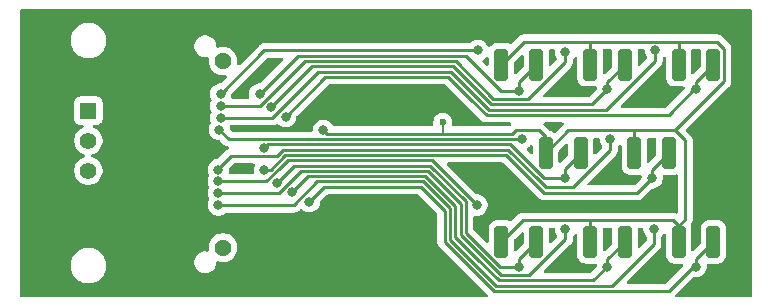
<source format=gbr>
%TF.GenerationSoftware,KiCad,Pcbnew,9.0.2*%
%TF.CreationDate,2025-05-27T17:48:54-07:00*%
%TF.ProjectId,8_6mSiPMs,385f366d-5369-4504-9d73-2e6b69636164,rev?*%
%TF.SameCoordinates,Original*%
%TF.FileFunction,Copper,L2,Bot*%
%TF.FilePolarity,Positive*%
%FSLAX46Y46*%
G04 Gerber Fmt 4.6, Leading zero omitted, Abs format (unit mm)*
G04 Created by KiCad (PCBNEW 9.0.2) date 2025-05-27 17:48:54*
%MOMM*%
%LPD*%
G01*
G04 APERTURE LIST*
G04 Aperture macros list*
%AMRoundRect*
0 Rectangle with rounded corners*
0 $1 Rounding radius*
0 $2 $3 $4 $5 $6 $7 $8 $9 X,Y pos of 4 corners*
0 Add a 4 corners polygon primitive as box body*
4,1,4,$2,$3,$4,$5,$6,$7,$8,$9,$2,$3,0*
0 Add four circle primitives for the rounded corners*
1,1,$1+$1,$2,$3*
1,1,$1+$1,$4,$5*
1,1,$1+$1,$6,$7*
1,1,$1+$1,$8,$9*
0 Add four rect primitives between the rounded corners*
20,1,$1+$1,$2,$3,$4,$5,0*
20,1,$1+$1,$4,$5,$6,$7,0*
20,1,$1+$1,$6,$7,$8,$9,0*
20,1,$1+$1,$8,$9,$2,$3,0*%
G04 Aperture macros list end*
%TA.AperFunction,ComponentPad*%
%ADD10C,1.431000*%
%TD*%
%TA.AperFunction,ComponentPad*%
%ADD11R,1.398000X1.398000*%
%TD*%
%TA.AperFunction,ComponentPad*%
%ADD12C,1.398000*%
%TD*%
%TA.AperFunction,SMDPad,CuDef*%
%ADD13RoundRect,0.250000X-0.325000X-1.100000X0.325000X-1.100000X0.325000X1.100000X-0.325000X1.100000X0*%
%TD*%
%TA.AperFunction,SMDPad,CuDef*%
%ADD14RoundRect,0.250000X0.325000X1.100000X-0.325000X1.100000X-0.325000X-1.100000X0.325000X-1.100000X0*%
%TD*%
%TA.AperFunction,ViaPad*%
%ADD15C,0.800000*%
%TD*%
%TA.AperFunction,ViaPad*%
%ADD16C,0.600000*%
%TD*%
%TA.AperFunction,Conductor*%
%ADD17C,0.250000*%
%TD*%
%TA.AperFunction,Conductor*%
%ADD18C,0.200000*%
%TD*%
G04 APERTURE END LIST*
D10*
%TO.P,J\u002A\u002A,MH1*%
%TO.N,N/C*%
X126400000Y-99805000D03*
%TO.P,J\u002A\u002A,MH2*%
X126400000Y-115595000D03*
%TD*%
D11*
%TO.P,REF\u002A\u002A,1*%
%TO.N,GND*%
X115000000Y-104000000D03*
D12*
%TO.P,REF\u002A\u002A,2*%
%TO.N,TMP_OUT*%
X115000000Y-106540000D03*
%TO.P,REF\u002A\u002A,3*%
%TO.N,TMP_VDD*%
X115000000Y-109080000D03*
%TD*%
D13*
%TO.P,10 nF,1*%
%TO.N,GND*%
X164968198Y-100100000D03*
%TO.P,10 nF,2*%
%TO.N,2A*%
X167918198Y-100100000D03*
%TD*%
%TO.P,10 nF,1*%
%TO.N,GND*%
X157468198Y-100100000D03*
%TO.P,10 nF,2*%
%TO.N,1A*%
X160418198Y-100100000D03*
%TD*%
%TO.P,10 nF,1*%
%TO.N,GND*%
X149968198Y-115100000D03*
%TO.P,10 nF,2*%
%TO.N,5A*%
X152918198Y-115100000D03*
%TD*%
%TO.P,10 nF,1*%
%TO.N,GND*%
X164968198Y-115100000D03*
%TO.P,10 nF,2*%
%TO.N,7A*%
X167918198Y-115100000D03*
%TD*%
%TO.P,10 nF,1*%
%TO.N,GND*%
X153718198Y-107600000D03*
%TO.P,10 nF,2*%
%TO.N,3A*%
X156668198Y-107600000D03*
%TD*%
%TO.P,10 nF,1*%
%TO.N,GND*%
X161218198Y-107600000D03*
%TO.P,10 nF,2*%
%TO.N,4A*%
X164168198Y-107600000D03*
%TD*%
D14*
%TO.P,10 nF,1*%
%TO.N,0A*%
X152918198Y-100100000D03*
%TO.P,10 nF,2*%
%TO.N,GND*%
X149968198Y-100100000D03*
%TD*%
D13*
%TO.P,10 nF,1*%
%TO.N,GND*%
X157468198Y-115100000D03*
%TO.P,10 nF,2*%
%TO.N,6A*%
X160418198Y-115100000D03*
%TD*%
D15*
%TO.N,0A*%
X151443198Y-102300000D03*
X129500000Y-102600000D03*
%TO.N,0C*%
X126200000Y-102600000D03*
X147993198Y-98900000D03*
%TO.N,1C*%
X155393198Y-99000000D03*
X126200000Y-103600000D03*
%TO.N,1A*%
X158943198Y-102200000D03*
X130475306Y-103675305D03*
%TO.N,2C*%
X126200000Y-104600003D03*
X162993198Y-98900000D03*
%TO.N,2A*%
X131700611Y-104500611D03*
X166443198Y-102200000D03*
%TO.N,3A*%
X155343198Y-109700000D03*
X129900000Y-107125000D03*
%TO.N,3C*%
X151693198Y-106400000D03*
X126100000Y-105600000D03*
%TO.N,4A*%
X129900000Y-109000000D03*
X162743198Y-109700000D03*
%TO.N,4C*%
X126000000Y-109000000D03*
X159193198Y-106400000D03*
%TO.N,5A*%
X130999049Y-110099049D03*
X151443198Y-117200000D03*
%TO.N,5C*%
X147900000Y-112000000D03*
X126000000Y-110000003D03*
%TO.N,6A*%
X158943198Y-117200000D03*
X132277870Y-110870839D03*
%TO.N,6C*%
X126000000Y-111000006D03*
X155393198Y-114000000D03*
%TO.N,7A*%
X133712653Y-111712653D03*
X166443198Y-117200000D03*
%TO.N,7C*%
X162893198Y-114000000D03*
X126000000Y-112000009D03*
D16*
%TO.N,GND*%
X145000000Y-105000000D03*
D15*
X134900000Y-105675000D03*
%TD*%
D17*
%TO.N,0A*%
X152918198Y-100100000D02*
X151443198Y-101575000D01*
X151443198Y-101575000D02*
X151443198Y-102300000D01*
X132750000Y-99350000D02*
X129500000Y-102600000D01*
X149923098Y-102300000D02*
X146973098Y-99350000D01*
X146973098Y-99350000D02*
X146000000Y-99350000D01*
X146000000Y-99350000D02*
X132750000Y-99350000D01*
X151443198Y-102300000D02*
X149923098Y-102300000D01*
%TO.N,0C*%
X129900000Y-98900000D02*
X126200000Y-102600000D01*
X147993198Y-98900000D02*
X129900000Y-98900000D01*
%TO.N,1C*%
X129525305Y-103600000D02*
X133325305Y-99800000D01*
X133325305Y-99800000D02*
X146100000Y-99800000D01*
X146100000Y-99800000D02*
X149300000Y-103000000D01*
X149300000Y-103000000D02*
X149300000Y-103025000D01*
X152238298Y-103025000D02*
X155393198Y-99870100D01*
X149268198Y-103025000D02*
X149300000Y-103025000D01*
X126200000Y-103600000D02*
X129525305Y-103600000D01*
X149300000Y-103025000D02*
X152238298Y-103025000D01*
X155393198Y-99870100D02*
X155393198Y-99000000D01*
%TO.N,1A*%
X136000000Y-100250000D02*
X133900611Y-100250000D01*
X160418198Y-100100000D02*
X158943198Y-101575000D01*
X145856802Y-100250000D02*
X145600000Y-100250000D01*
X158943198Y-101575000D02*
X158943198Y-102200000D01*
X145600000Y-100250000D02*
X136000000Y-100250000D01*
X149081802Y-103475000D02*
X148900000Y-103293198D01*
X157668198Y-103475000D02*
X149081802Y-103475000D01*
X158943198Y-102200000D02*
X157668198Y-103475000D01*
X133900611Y-100250000D02*
X130475306Y-103675305D01*
X148900000Y-103293198D02*
X145856802Y-100250000D01*
%TO.N,2C*%
X162993198Y-99770100D02*
X162993198Y-98900000D01*
X148895406Y-103925000D02*
X158838298Y-103925000D01*
X126200000Y-104600003D02*
X130575913Y-104600003D01*
X158838298Y-103925000D02*
X162993198Y-99770100D01*
X145670406Y-100700000D02*
X148895406Y-103925000D01*
X134475916Y-100700000D02*
X145670406Y-100700000D01*
X130575913Y-104600003D02*
X134475916Y-100700000D01*
%TO.N,2A*%
X158651902Y-104375000D02*
X148709010Y-104375000D01*
X166443198Y-102200000D02*
X166300000Y-102200000D01*
X166443198Y-101575000D02*
X166443198Y-102200000D01*
X143600000Y-101150000D02*
X135051222Y-101150000D01*
X148709010Y-104375000D02*
X147317005Y-102982995D01*
X167918198Y-100100000D02*
X166443198Y-101575000D01*
X147317005Y-102982995D02*
X145484010Y-101150000D01*
X164125000Y-104375000D02*
X158651902Y-104375000D01*
X166300000Y-102200000D02*
X164125000Y-104375000D01*
X145484010Y-101150000D02*
X143600000Y-101150000D01*
X135051222Y-101150000D02*
X131700611Y-104500611D01*
%TO.N,3A*%
X156668198Y-107600000D02*
X155343198Y-108925000D01*
X155343198Y-108925000D02*
X155343198Y-109700000D01*
X153573098Y-109700000D02*
X150723098Y-106850000D01*
X130175000Y-106850000D02*
X129900000Y-107125000D01*
X150723098Y-106850000D02*
X149200000Y-106850000D01*
X155343198Y-109700000D02*
X153573098Y-109700000D01*
X149200000Y-106850000D02*
X130175000Y-106850000D01*
%TO.N,3C*%
X151693198Y-106400000D02*
X126900000Y-106400000D01*
X126900000Y-106400000D02*
X126100000Y-105600000D01*
%TO.N,4A*%
X153286702Y-110686396D02*
X150350306Y-107750000D01*
X131686396Y-107750000D02*
X131568198Y-107868198D01*
X153550306Y-110950000D02*
X153286702Y-110686396D01*
X131568198Y-107868198D02*
X130436396Y-109000000D01*
X164168198Y-107600000D02*
X162743198Y-109025000D01*
X162743198Y-109700000D02*
X161493198Y-110950000D01*
X132100000Y-107750000D02*
X131686396Y-107750000D01*
X150350306Y-107750000D02*
X146100000Y-107750000D01*
X146100000Y-107750000D02*
X132100000Y-107750000D01*
X161493198Y-110950000D02*
X153550306Y-110950000D01*
X130436396Y-109000000D02*
X129900000Y-109000000D01*
X162743198Y-109025000D02*
X162743198Y-109700000D01*
%TO.N,4C*%
X149000000Y-107300000D02*
X133200000Y-107300000D01*
X130950000Y-107850000D02*
X127050000Y-107850000D01*
X126800000Y-108100000D02*
X126000000Y-108900000D01*
X159193198Y-107320100D02*
X156013298Y-110500000D01*
X131500000Y-107300000D02*
X130950000Y-107850000D01*
X126000000Y-108900000D02*
X126000000Y-109000000D01*
X150536702Y-107300000D02*
X149000000Y-107300000D01*
X153736702Y-110500000D02*
X153123098Y-109886396D01*
X127050000Y-107850000D02*
X126800000Y-108100000D01*
X156013298Y-110500000D02*
X153736702Y-110500000D01*
X153123098Y-109886396D02*
X150536702Y-107300000D01*
X133200000Y-107300000D02*
X131500000Y-107300000D01*
X159193198Y-106400000D02*
X159193198Y-107320100D01*
%TO.N,5A*%
X143100000Y-108650000D02*
X132448098Y-108650000D01*
X132448098Y-108650000D02*
X130999049Y-110099049D01*
X151443198Y-117200000D02*
X149823098Y-117200000D01*
X146931802Y-111668198D02*
X143913604Y-108650000D01*
X146981802Y-111718198D02*
X146931802Y-111668198D01*
X152918198Y-115100000D02*
X151443198Y-116575000D01*
X151443198Y-116575000D02*
X151443198Y-117200000D01*
X149823098Y-117200000D02*
X146981802Y-114358704D01*
X143913604Y-108650000D02*
X143100000Y-108650000D01*
X146981802Y-114358704D02*
X146981802Y-111718198D01*
%TO.N,5C*%
X143000000Y-108200000D02*
X131872792Y-108200000D01*
X144100000Y-108200000D02*
X143000000Y-108200000D01*
X131872792Y-108200000D02*
X131236396Y-108836396D01*
X131236396Y-108836396D02*
X130072789Y-110000003D01*
X147900000Y-112000000D02*
X144100000Y-108200000D01*
X130072789Y-110000003D02*
X126000000Y-110000003D01*
%TO.N,6A*%
X147875153Y-116524847D02*
X146081802Y-114731496D01*
D18*
X160418198Y-116225000D02*
X160418198Y-115600000D01*
D17*
X143540812Y-109550000D02*
X141713604Y-109550000D01*
X150800000Y-118375000D02*
X149725306Y-118375000D01*
X149725306Y-118375000D02*
X147875153Y-116524847D01*
X158943198Y-117200000D02*
X157768198Y-118375000D01*
X158943198Y-116575000D02*
X158943198Y-117200000D01*
X145445406Y-111454594D02*
X143540812Y-109550000D01*
X141713604Y-109550000D02*
X133598709Y-109550000D01*
X160418198Y-115100000D02*
X158943198Y-116575000D01*
X146081802Y-114731496D02*
X146081802Y-113300000D01*
X146081802Y-112090990D02*
X145445406Y-111454594D01*
X146081802Y-113300000D02*
X146081802Y-112090990D01*
X133598709Y-109550000D02*
X132277870Y-110870839D01*
X157768198Y-118375000D02*
X150800000Y-118375000D01*
%TO.N,6C*%
X146531802Y-114545100D02*
X146531802Y-111904594D01*
X146531802Y-111904594D02*
X143727208Y-109100000D01*
X149911702Y-117925000D02*
X146531802Y-114545100D01*
X133023403Y-109100000D02*
X131123397Y-111000006D01*
X131123397Y-111000006D02*
X126000000Y-111000006D01*
X155393198Y-114000000D02*
X155393198Y-114870100D01*
X143727208Y-109100000D02*
X133023403Y-109100000D01*
X152338298Y-117925000D02*
X149911702Y-117925000D01*
X155393198Y-114870100D02*
X152338298Y-117925000D01*
%TO.N,7A*%
X167918198Y-115100000D02*
X166443198Y-116575000D01*
X145181802Y-112463782D02*
X144709010Y-111990990D01*
X148438757Y-118361243D02*
X145181802Y-115104288D01*
X134975306Y-110450000D02*
X133712653Y-111712653D01*
X144709010Y-111990990D02*
X143168020Y-110450000D01*
X166200000Y-117200000D02*
X164125000Y-119275000D01*
X159151902Y-119275000D02*
X149352514Y-119275000D01*
X166443198Y-116575000D02*
X166443198Y-117200000D01*
X145181802Y-115104288D02*
X145181802Y-113900000D01*
X166443198Y-117200000D02*
X166200000Y-117200000D01*
X164125000Y-119275000D02*
X159151902Y-119275000D01*
X149352514Y-119275000D02*
X148438757Y-118361243D01*
X145181802Y-113900000D02*
X145181802Y-112463782D01*
X141000000Y-110450000D02*
X134975306Y-110450000D01*
X143168020Y-110450000D02*
X141000000Y-110450000D01*
%TO.N,7C*%
X134400000Y-110000000D02*
X132399991Y-112000009D01*
X145631802Y-114545100D02*
X145631802Y-112277386D01*
X149538910Y-118825000D02*
X149275306Y-118561396D01*
X145631802Y-114917892D02*
X145631802Y-114545100D01*
X149275306Y-118561396D02*
X145631802Y-114917892D01*
X159338298Y-118825000D02*
X156800000Y-118825000D01*
X132399991Y-112000009D02*
X126000000Y-112000009D01*
X143354416Y-110000000D02*
X140800000Y-110000000D01*
X162893198Y-115270100D02*
X159338298Y-118825000D01*
X156800000Y-118825000D02*
X149538910Y-118825000D01*
X135300000Y-110000000D02*
X134400000Y-110000000D01*
X144677208Y-111322792D02*
X143354416Y-110000000D01*
X145631802Y-112277386D02*
X144677208Y-111322792D01*
X162893198Y-114000000D02*
X162893198Y-115270100D01*
X140800000Y-110000000D02*
X135300000Y-110000000D01*
%TO.N,GND*%
X164493198Y-113275000D02*
X164968198Y-113750000D01*
X153718198Y-106250000D02*
X153143198Y-105675000D01*
X153718198Y-107600000D02*
X155643198Y-105675000D01*
X164968198Y-100100000D02*
X164968198Y-98250000D01*
X165543198Y-106525000D02*
X165543198Y-113175000D01*
X157468198Y-115100000D02*
X157468198Y-113300000D01*
X165543198Y-113175000D02*
X164968198Y-113750000D01*
X164693198Y-105675000D02*
X165543198Y-106525000D01*
X155643198Y-105675000D02*
X161293198Y-105675000D01*
X151793198Y-113275000D02*
X157493198Y-113275000D01*
X164893198Y-98175000D02*
X168238298Y-98175000D01*
X161218198Y-107600000D02*
X161218198Y-105750000D01*
X151893198Y-98175000D02*
X157493198Y-98175000D01*
X157493198Y-113275000D02*
X164493198Y-113275000D01*
X157468198Y-100100000D02*
X157468198Y-98200000D01*
X164693198Y-105600000D02*
X164693198Y-105675000D01*
X145000000Y-105950000D02*
X135175000Y-105950000D01*
D18*
X145000000Y-105000000D02*
X145000000Y-105950000D01*
D17*
X164968198Y-113750000D02*
X164968198Y-115100000D01*
X149968198Y-100100000D02*
X151893198Y-98175000D01*
X157468198Y-98200000D02*
X157493198Y-98175000D01*
X168818198Y-98754900D02*
X168818198Y-101475000D01*
X157493198Y-98175000D02*
X164893198Y-98175000D01*
X151175000Y-105675000D02*
X150900000Y-105950000D01*
X164968198Y-98250000D02*
X164893198Y-98175000D01*
X157468198Y-113300000D02*
X157493198Y-113275000D01*
X168238298Y-98175000D02*
X168818198Y-98754900D01*
X153718198Y-107600000D02*
X153718198Y-106250000D01*
X149968198Y-115100000D02*
X151793198Y-113275000D01*
X161293198Y-105675000D02*
X164693198Y-105675000D01*
X150900000Y-105950000D02*
X145000000Y-105950000D01*
X153143198Y-105675000D02*
X151175000Y-105675000D01*
X135175000Y-105950000D02*
X134900000Y-105675000D01*
X168818198Y-101475000D02*
X164693198Y-105600000D01*
X161218198Y-105750000D02*
X161293198Y-105675000D01*
%TD*%
%TA.AperFunction,NonConductor*%
G36*
X154435737Y-98820185D02*
G01*
X154481492Y-98872989D01*
X154492698Y-98924500D01*
X154492698Y-99088695D01*
X154527301Y-99262658D01*
X154527304Y-99262667D01*
X154595181Y-99426540D01*
X154595188Y-99426552D01*
X154681632Y-99555923D01*
X154702510Y-99622600D01*
X154684026Y-99689980D01*
X154666211Y-99712495D01*
X154205378Y-100173328D01*
X154144055Y-100206813D01*
X154074363Y-100201829D01*
X154018430Y-100159957D01*
X153994013Y-100094493D01*
X153993697Y-100085647D01*
X153993697Y-98949998D01*
X153993697Y-98949992D01*
X153992380Y-98937102D01*
X154005148Y-98868411D01*
X154053028Y-98817526D01*
X154115738Y-98800500D01*
X154368698Y-98800500D01*
X154435737Y-98820185D01*
G37*
%TD.AperFunction*%
%TA.AperFunction,NonConductor*%
G36*
X161977383Y-98803050D02*
G01*
X161986345Y-98801762D01*
X162010385Y-98812740D01*
X162035737Y-98820185D01*
X162041664Y-98827025D01*
X162049901Y-98830787D01*
X162064190Y-98853021D01*
X162081492Y-98872989D01*
X162083779Y-98883503D01*
X162087675Y-98889565D01*
X162092698Y-98924500D01*
X162092698Y-98988695D01*
X162127301Y-99162658D01*
X162127304Y-99162667D01*
X162195181Y-99326540D01*
X162195188Y-99326552D01*
X162281632Y-99455923D01*
X162302510Y-99522600D01*
X162284026Y-99589980D01*
X162266211Y-99612495D01*
X161705378Y-100173329D01*
X161644055Y-100206814D01*
X161574364Y-100201830D01*
X161518430Y-100159959D01*
X161494013Y-100094494D01*
X161493697Y-100085648D01*
X161493697Y-98949998D01*
X161493697Y-98949992D01*
X161492380Y-98937102D01*
X161505148Y-98868411D01*
X161553028Y-98817526D01*
X161615738Y-98800500D01*
X161968698Y-98800500D01*
X161977383Y-98803050D01*
G37*
%TD.AperFunction*%
%TA.AperFunction,NonConductor*%
G36*
X148812032Y-99457180D02*
G01*
X148867965Y-99499052D01*
X148892382Y-99564516D01*
X148892698Y-99573362D01*
X148892698Y-100085648D01*
X148873013Y-100152687D01*
X148820209Y-100198442D01*
X148751051Y-100208386D01*
X148687495Y-100179361D01*
X148681017Y-100173329D01*
X148398275Y-99890587D01*
X148364790Y-99829264D01*
X148369774Y-99759572D01*
X148411646Y-99703639D01*
X148417065Y-99699804D01*
X148483944Y-99655116D01*
X148567233Y-99599464D01*
X148621512Y-99545185D01*
X148681017Y-99485681D01*
X148742340Y-99452196D01*
X148812032Y-99457180D01*
G37*
%TD.AperFunction*%
%TA.AperFunction,NonConductor*%
G36*
X166787696Y-98820185D02*
G01*
X166833451Y-98872989D01*
X166844014Y-98937103D01*
X166842698Y-98949988D01*
X166842698Y-98949991D01*
X166842698Y-100239547D01*
X166823013Y-100306586D01*
X166806379Y-100327228D01*
X166255378Y-100878229D01*
X166194055Y-100911714D01*
X166124363Y-100906730D01*
X166068430Y-100864858D01*
X166044013Y-100799394D01*
X166043697Y-100790548D01*
X166043697Y-98949998D01*
X166043697Y-98949992D01*
X166042380Y-98937102D01*
X166055148Y-98868411D01*
X166103028Y-98817526D01*
X166165738Y-98800500D01*
X166720657Y-98800500D01*
X166787696Y-98820185D01*
G37*
%TD.AperFunction*%
%TA.AperFunction,NonConductor*%
G36*
X159235368Y-98804819D02*
G01*
X159250690Y-98804192D01*
X159268211Y-98814463D01*
X159287696Y-98820185D01*
X159297736Y-98831772D01*
X159310966Y-98839528D01*
X159320152Y-98857642D01*
X159333451Y-98872989D01*
X159336104Y-98889094D01*
X159342569Y-98901841D01*
X159344014Y-98937100D01*
X159342698Y-98949988D01*
X159342698Y-98949991D01*
X159342698Y-100239547D01*
X159323013Y-100306586D01*
X159306379Y-100327228D01*
X158755378Y-100878229D01*
X158694055Y-100911714D01*
X158624363Y-100906730D01*
X158568430Y-100864858D01*
X158544013Y-100799394D01*
X158543697Y-100790548D01*
X158543697Y-98949998D01*
X158543697Y-98949992D01*
X158542380Y-98937102D01*
X158555148Y-98868411D01*
X158603028Y-98817526D01*
X158665738Y-98800500D01*
X159220657Y-98800500D01*
X159235368Y-98804819D01*
G37*
%TD.AperFunction*%
%TA.AperFunction,NonConductor*%
G36*
X151762032Y-99293269D02*
G01*
X151817965Y-99335141D01*
X151842382Y-99400605D01*
X151842698Y-99409451D01*
X151842698Y-100239547D01*
X151823013Y-100306586D01*
X151806379Y-100327228D01*
X151255378Y-100878229D01*
X151194055Y-100911714D01*
X151124363Y-100906730D01*
X151068430Y-100864858D01*
X151044013Y-100799394D01*
X151043697Y-100790548D01*
X151043697Y-99960452D01*
X151063382Y-99893413D01*
X151080016Y-99872771D01*
X151631017Y-99321770D01*
X151692340Y-99288285D01*
X151762032Y-99293269D01*
G37*
%TD.AperFunction*%
%TA.AperFunction,NonConductor*%
G36*
X156292081Y-99413067D02*
G01*
X156296007Y-99412818D01*
X156323343Y-99428024D01*
X156351560Y-99441524D01*
X156353626Y-99444869D01*
X156357066Y-99446783D01*
X156371843Y-99474359D01*
X156388280Y-99500967D01*
X156389011Y-99506395D01*
X156390068Y-99508368D01*
X156389774Y-99512064D01*
X156392698Y-99533773D01*
X156392698Y-101250001D01*
X156392699Y-101250018D01*
X156403198Y-101352796D01*
X156403199Y-101352799D01*
X156458383Y-101519331D01*
X156458385Y-101519336D01*
X156469040Y-101536611D01*
X156550486Y-101668656D01*
X156674542Y-101792712D01*
X156823864Y-101884814D01*
X156990401Y-101939999D01*
X157093189Y-101950500D01*
X157843206Y-101950499D01*
X157912524Y-101943418D01*
X157931520Y-101946949D01*
X157950787Y-101945460D01*
X157965164Y-101953203D01*
X157981217Y-101956188D01*
X157995288Y-101969428D01*
X158012302Y-101978592D01*
X158020209Y-101992877D01*
X158032102Y-102004068D01*
X158036781Y-102022816D01*
X158046139Y-102039722D01*
X158046394Y-102061329D01*
X158049022Y-102071858D01*
X158048859Y-102074911D01*
X158048326Y-102083013D01*
X158042698Y-102111309D01*
X158042698Y-102168621D01*
X158042431Y-102172683D01*
X158031752Y-102201822D01*
X158023013Y-102231587D01*
X158019038Y-102236519D01*
X158018391Y-102238286D01*
X158016397Y-102239795D01*
X158006379Y-102252229D01*
X157445427Y-102813181D01*
X157384104Y-102846666D01*
X157357746Y-102849500D01*
X153597750Y-102849500D01*
X153530711Y-102829815D01*
X153484956Y-102777011D01*
X153475012Y-102707853D01*
X153504037Y-102644297D01*
X153510069Y-102637819D01*
X154611278Y-101536611D01*
X155879055Y-100268834D01*
X155947509Y-100166386D01*
X155959237Y-100138072D01*
X155975613Y-100098538D01*
X155988931Y-100066385D01*
X155994661Y-100052552D01*
X156005610Y-99997508D01*
X156009987Y-99975503D01*
X156009987Y-99975500D01*
X156018698Y-99931707D01*
X156018698Y-99808494D01*
X156018698Y-99699361D01*
X156025069Y-99677663D01*
X156026860Y-99655116D01*
X156035689Y-99641495D01*
X156038383Y-99632322D01*
X156044018Y-99624273D01*
X156049091Y-99617605D01*
X156092662Y-99574035D01*
X156167711Y-99461715D01*
X156170018Y-99458685D01*
X156195203Y-99440138D01*
X156219208Y-99420077D01*
X156223111Y-99419586D01*
X156226279Y-99417254D01*
X156257498Y-99415267D01*
X156288533Y-99411370D01*
X156292081Y-99413067D01*
G37*
%TD.AperFunction*%
%TA.AperFunction,NonConductor*%
G36*
X131457587Y-99545185D02*
G01*
X131503342Y-99597989D01*
X131513286Y-99667147D01*
X131484261Y-99730703D01*
X131478229Y-99737181D01*
X129552229Y-101663181D01*
X129490906Y-101696666D01*
X129464548Y-101699500D01*
X129411306Y-101699500D01*
X129237341Y-101734103D01*
X129237332Y-101734106D01*
X129073459Y-101801983D01*
X129073446Y-101801990D01*
X128925965Y-101900535D01*
X128925961Y-101900538D01*
X128800538Y-102025961D01*
X128800535Y-102025965D01*
X128701990Y-102173446D01*
X128701983Y-102173459D01*
X128634106Y-102337332D01*
X128634103Y-102337341D01*
X128599500Y-102511304D01*
X128599500Y-102511309D01*
X128599500Y-102688691D01*
X128599500Y-102688693D01*
X128599499Y-102688693D01*
X128626874Y-102826308D01*
X128620647Y-102895900D01*
X128577784Y-102951077D01*
X128511895Y-102974322D01*
X128505257Y-102974500D01*
X127194743Y-102974500D01*
X127177946Y-102969568D01*
X127160439Y-102969661D01*
X127145116Y-102959927D01*
X127127704Y-102954815D01*
X127116240Y-102941585D01*
X127101462Y-102932198D01*
X127093834Y-102915727D01*
X127081949Y-102902011D01*
X127079388Y-102884536D01*
X127072100Y-102868797D01*
X127072805Y-102839594D01*
X127071913Y-102833504D01*
X127072411Y-102829898D01*
X127100500Y-102688691D01*
X127100500Y-102626911D01*
X127101670Y-102618456D01*
X127112651Y-102594068D01*
X127120185Y-102568413D01*
X127129294Y-102557108D01*
X127130358Y-102554747D01*
X127132121Y-102553600D01*
X127136819Y-102547771D01*
X130122771Y-99561819D01*
X130184094Y-99528334D01*
X130210452Y-99525500D01*
X131390548Y-99525500D01*
X131457587Y-99545185D01*
G37*
%TD.AperFunction*%
%TA.AperFunction,NonConductor*%
G36*
X163812032Y-99457179D02*
G01*
X163867965Y-99499051D01*
X163892382Y-99564515D01*
X163892698Y-99573361D01*
X163892698Y-101250001D01*
X163892699Y-101250018D01*
X163903198Y-101352796D01*
X163903199Y-101352799D01*
X163958383Y-101519331D01*
X163958385Y-101519336D01*
X163969040Y-101536611D01*
X164050486Y-101668656D01*
X164174542Y-101792712D01*
X164323864Y-101884814D01*
X164490401Y-101939999D01*
X164593189Y-101950500D01*
X165343206Y-101950499D01*
X165343214Y-101950498D01*
X165343217Y-101950498D01*
X165345358Y-101950279D01*
X165354763Y-101949318D01*
X165423455Y-101962083D01*
X165474343Y-102009961D01*
X165491267Y-102077750D01*
X165468855Y-102143927D01*
X165455052Y-102160356D01*
X163902229Y-103713181D01*
X163840906Y-103746666D01*
X163814548Y-103749500D01*
X160197750Y-103749500D01*
X160130711Y-103729815D01*
X160084956Y-103677011D01*
X160075012Y-103607853D01*
X160104037Y-103544297D01*
X160110069Y-103537819D01*
X160870877Y-102777011D01*
X163391927Y-100255960D01*
X163391931Y-100255958D01*
X163479056Y-100168833D01*
X163534960Y-100085167D01*
X163547510Y-100066385D01*
X163582276Y-99982451D01*
X163594661Y-99952552D01*
X163618698Y-99831706D01*
X163618698Y-99599361D01*
X163627342Y-99569920D01*
X163633866Y-99539934D01*
X163637620Y-99534918D01*
X163638383Y-99532322D01*
X163655017Y-99511680D01*
X163681017Y-99485680D01*
X163742340Y-99452195D01*
X163812032Y-99457179D01*
G37*
%TD.AperFunction*%
%TA.AperFunction,NonConductor*%
G36*
X145240597Y-101795185D02*
G01*
X145261238Y-101811818D01*
X146093716Y-102644297D01*
X146925336Y-103475917D01*
X146925341Y-103475921D01*
X148223151Y-104773732D01*
X148223152Y-104773733D01*
X148310277Y-104860858D01*
X148310278Y-104860859D01*
X148412717Y-104929307D01*
X148412723Y-104929310D01*
X148412724Y-104929311D01*
X148526558Y-104976463D01*
X148554021Y-104981925D01*
X148576822Y-104986461D01*
X148576838Y-104986464D01*
X148576858Y-104986468D01*
X148647401Y-105000499D01*
X148647402Y-105000500D01*
X150665546Y-105000500D01*
X150686791Y-105006738D01*
X150708879Y-105008318D01*
X150719662Y-105016390D01*
X150732585Y-105020185D01*
X150747083Y-105036916D01*
X150764813Y-105050189D01*
X150769520Y-105062811D01*
X150778340Y-105072989D01*
X150781491Y-105094904D01*
X150789230Y-105115653D01*
X150786367Y-105128814D01*
X150788284Y-105142147D01*
X150779085Y-105162288D01*
X150774379Y-105183926D01*
X150761107Y-105201654D01*
X150759259Y-105205703D01*
X150753229Y-105212180D01*
X150677226Y-105288182D01*
X150615906Y-105321666D01*
X150589547Y-105324500D01*
X145902730Y-105324500D01*
X145835691Y-105304815D01*
X145789936Y-105252011D01*
X145779992Y-105182853D01*
X145781113Y-105176308D01*
X145800500Y-105078844D01*
X145800500Y-104921155D01*
X145800499Y-104921153D01*
X145769737Y-104766503D01*
X145768401Y-104763277D01*
X145709397Y-104620827D01*
X145709390Y-104620814D01*
X145621789Y-104489711D01*
X145621786Y-104489707D01*
X145510292Y-104378213D01*
X145510288Y-104378210D01*
X145379185Y-104290609D01*
X145379172Y-104290602D01*
X145233501Y-104230264D01*
X145233489Y-104230261D01*
X145078845Y-104199500D01*
X145078842Y-104199500D01*
X144921158Y-104199500D01*
X144921155Y-104199500D01*
X144766510Y-104230261D01*
X144766498Y-104230264D01*
X144620827Y-104290602D01*
X144620814Y-104290609D01*
X144489711Y-104378210D01*
X144489707Y-104378213D01*
X144378213Y-104489707D01*
X144378210Y-104489711D01*
X144290609Y-104620814D01*
X144290602Y-104620827D01*
X144230264Y-104766498D01*
X144230261Y-104766510D01*
X144199500Y-104921153D01*
X144199500Y-104921158D01*
X144199500Y-105078842D01*
X144199500Y-105078844D01*
X144199499Y-105078844D01*
X144218887Y-105176308D01*
X144212660Y-105245900D01*
X144169797Y-105301077D01*
X144103907Y-105324322D01*
X144097270Y-105324500D01*
X135812367Y-105324500D01*
X135745328Y-105304815D01*
X135701057Y-105253724D01*
X135700881Y-105253819D01*
X135700464Y-105253040D01*
X135699573Y-105252011D01*
X135698071Y-105248562D01*
X135698011Y-105248449D01*
X135599464Y-105100965D01*
X135599461Y-105100961D01*
X135474038Y-104975538D01*
X135474034Y-104975535D01*
X135326553Y-104876990D01*
X135326540Y-104876983D01*
X135162667Y-104809106D01*
X135162658Y-104809103D01*
X134988694Y-104774500D01*
X134988691Y-104774500D01*
X134811309Y-104774500D01*
X134811306Y-104774500D01*
X134637341Y-104809103D01*
X134637332Y-104809106D01*
X134473459Y-104876983D01*
X134473446Y-104876990D01*
X134325965Y-104975535D01*
X134325961Y-104975538D01*
X134200538Y-105100961D01*
X134200535Y-105100965D01*
X134101990Y-105248446D01*
X134101983Y-105248459D01*
X134034106Y-105412332D01*
X134034103Y-105412341D01*
X133999500Y-105586304D01*
X133999500Y-105650500D01*
X133979815Y-105717539D01*
X133927011Y-105763294D01*
X133875500Y-105774500D01*
X127210452Y-105774500D01*
X127181011Y-105765855D01*
X127151025Y-105759332D01*
X127146009Y-105755577D01*
X127143413Y-105754815D01*
X127122771Y-105738181D01*
X127036819Y-105652229D01*
X127003334Y-105590906D01*
X127000500Y-105564548D01*
X127000500Y-105511306D01*
X126973127Y-105373695D01*
X126979354Y-105304103D01*
X127022217Y-105248926D01*
X127088107Y-105225681D01*
X127094744Y-105225503D01*
X130637520Y-105225503D01*
X130697942Y-105213484D01*
X130758365Y-105201466D01*
X130791705Y-105187655D01*
X130872199Y-105154315D01*
X130912641Y-105127291D01*
X130979314Y-105106413D01*
X131046695Y-105124896D01*
X131069212Y-105142712D01*
X131126572Y-105200072D01*
X131126576Y-105200075D01*
X131274057Y-105298620D01*
X131274070Y-105298627D01*
X131376720Y-105341145D01*
X131437945Y-105366505D01*
X131437947Y-105366505D01*
X131437952Y-105366507D01*
X131611915Y-105401110D01*
X131611918Y-105401111D01*
X131611920Y-105401111D01*
X131789304Y-105401111D01*
X131789305Y-105401110D01*
X131847293Y-105389575D01*
X131963269Y-105366507D01*
X131963272Y-105366505D01*
X131963277Y-105366505D01*
X132103146Y-105308569D01*
X132127151Y-105298627D01*
X132127151Y-105298626D01*
X132127158Y-105298624D01*
X132274646Y-105200075D01*
X132400075Y-105074646D01*
X132498624Y-104927158D01*
X132501111Y-104921155D01*
X132519407Y-104876983D01*
X132566505Y-104763277D01*
X132569768Y-104746876D01*
X132601110Y-104589306D01*
X132601111Y-104589304D01*
X132601111Y-104536063D01*
X132620796Y-104469024D01*
X132637430Y-104448382D01*
X135273994Y-101811819D01*
X135335317Y-101778334D01*
X135361675Y-101775500D01*
X143538394Y-101775500D01*
X145173558Y-101775500D01*
X145240597Y-101795185D01*
G37*
%TD.AperFunction*%
%TA.AperFunction,NonConductor*%
G36*
X155200783Y-105020185D02*
G01*
X155246538Y-105072989D01*
X155256482Y-105142147D01*
X155227457Y-105205703D01*
X155221427Y-105212180D01*
X155157340Y-105276267D01*
X154590130Y-105843477D01*
X154528807Y-105876962D01*
X154459115Y-105871978D01*
X154437353Y-105861335D01*
X154362538Y-105815189D01*
X154362533Y-105815187D01*
X154362532Y-105815186D01*
X154362529Y-105815185D01*
X154195996Y-105760001D01*
X154195988Y-105760000D01*
X154147205Y-105755016D01*
X154082513Y-105728619D01*
X154072127Y-105719339D01*
X153633396Y-105280608D01*
X153629058Y-105276270D01*
X153629056Y-105276267D01*
X153564969Y-105212180D01*
X153532100Y-105151983D01*
X153531486Y-105150858D01*
X153531486Y-105150857D01*
X153531485Y-105150856D01*
X153534545Y-105108085D01*
X153536470Y-105081166D01*
X153578342Y-105025233D01*
X153578342Y-105025232D01*
X153578343Y-105025232D01*
X153608239Y-105014081D01*
X153643806Y-105000816D01*
X153652652Y-105000500D01*
X155133744Y-105000500D01*
X155200783Y-105020185D01*
G37*
%TD.AperFunction*%
%TA.AperFunction,NonConductor*%
G36*
X158177383Y-106303050D02*
G01*
X158186345Y-106301762D01*
X158210385Y-106312740D01*
X158235737Y-106320185D01*
X158241664Y-106327025D01*
X158249901Y-106330787D01*
X158264190Y-106353021D01*
X158281492Y-106372989D01*
X158283779Y-106383503D01*
X158287675Y-106389565D01*
X158292698Y-106424500D01*
X158292698Y-106488695D01*
X158327301Y-106662658D01*
X158327304Y-106662667D01*
X158395181Y-106826540D01*
X158395188Y-106826553D01*
X158493736Y-106974039D01*
X158494982Y-106975557D01*
X158495385Y-106976507D01*
X158497118Y-106979100D01*
X158496626Y-106979428D01*
X158522293Y-107039868D01*
X158510499Y-107108735D01*
X158486807Y-107141899D01*
X157955378Y-107673328D01*
X157894055Y-107706813D01*
X157824363Y-107701829D01*
X157768430Y-107659957D01*
X157744013Y-107594493D01*
X157743697Y-107585647D01*
X157743697Y-106449998D01*
X157743697Y-106449992D01*
X157742380Y-106437102D01*
X157755148Y-106368411D01*
X157803028Y-106317526D01*
X157865738Y-106300500D01*
X158168698Y-106300500D01*
X158177383Y-106303050D01*
G37*
%TD.AperFunction*%
%TA.AperFunction,NonConductor*%
G36*
X152601560Y-106916354D02*
G01*
X152638280Y-106975797D01*
X152642698Y-107008603D01*
X152642698Y-107585647D01*
X152623013Y-107652686D01*
X152570209Y-107698441D01*
X152501051Y-107708385D01*
X152437495Y-107679360D01*
X152431017Y-107673328D01*
X152128248Y-107370559D01*
X152094763Y-107309236D01*
X152099747Y-107239544D01*
X152141619Y-107183611D01*
X152147038Y-107179776D01*
X152163652Y-107168675D01*
X152267233Y-107099464D01*
X152392662Y-106974035D01*
X152414646Y-106941134D01*
X152415596Y-106939713D01*
X152469208Y-106894907D01*
X152538533Y-106886200D01*
X152601560Y-106916354D01*
G37*
%TD.AperFunction*%
%TA.AperFunction,NonConductor*%
G36*
X162985368Y-106304819D02*
G01*
X163000690Y-106304192D01*
X163018211Y-106314463D01*
X163037696Y-106320185D01*
X163047736Y-106331772D01*
X163060966Y-106339528D01*
X163070152Y-106357642D01*
X163083451Y-106372989D01*
X163086104Y-106389094D01*
X163092569Y-106401841D01*
X163094014Y-106437100D01*
X163093147Y-106445597D01*
X163092698Y-106449991D01*
X163092698Y-107739546D01*
X163073013Y-107806585D01*
X163056379Y-107827227D01*
X162505378Y-108378228D01*
X162444055Y-108411713D01*
X162374363Y-108406729D01*
X162318430Y-108364857D01*
X162294013Y-108299393D01*
X162293697Y-108290547D01*
X162293697Y-106449998D01*
X162293697Y-106449992D01*
X162292380Y-106437102D01*
X162305148Y-106368411D01*
X162353028Y-106317526D01*
X162415738Y-106300500D01*
X162970657Y-106300500D01*
X162985368Y-106304819D01*
G37*
%TD.AperFunction*%
%TA.AperFunction,NonConductor*%
G36*
X155512032Y-106793269D02*
G01*
X155567965Y-106835141D01*
X155592382Y-106900605D01*
X155592698Y-106909451D01*
X155592698Y-107739547D01*
X155573013Y-107806586D01*
X155556379Y-107827228D01*
X155005378Y-108378229D01*
X154944055Y-108411714D01*
X154874363Y-108406730D01*
X154818430Y-108364858D01*
X154794013Y-108299394D01*
X154793697Y-108290548D01*
X154793697Y-107460452D01*
X154813382Y-107393413D01*
X154830016Y-107372771D01*
X155381017Y-106821770D01*
X155442340Y-106788285D01*
X155512032Y-106793269D01*
G37*
%TD.AperFunction*%
%TA.AperFunction,NonConductor*%
G36*
X129024021Y-108495185D02*
G01*
X129069776Y-108547989D01*
X129079720Y-108617147D01*
X129071543Y-108646952D01*
X129034106Y-108737332D01*
X129034103Y-108737341D01*
X128999500Y-108911304D01*
X128999500Y-109088695D01*
X129026874Y-109226312D01*
X129020647Y-109295903D01*
X128977784Y-109351081D01*
X128911894Y-109374325D01*
X128905257Y-109374503D01*
X126994743Y-109374503D01*
X126927704Y-109354818D01*
X126881949Y-109302014D01*
X126872005Y-109232856D01*
X126873126Y-109226312D01*
X126900499Y-109088695D01*
X126900500Y-109088693D01*
X126900500Y-108935451D01*
X126920185Y-108868412D01*
X126936814Y-108847774D01*
X127272772Y-108511818D01*
X127334095Y-108478334D01*
X127360453Y-108475500D01*
X128956982Y-108475500D01*
X129024021Y-108495185D01*
G37*
%TD.AperFunction*%
%TA.AperFunction,NonConductor*%
G36*
X160101560Y-106916354D02*
G01*
X160138280Y-106975797D01*
X160142698Y-107008603D01*
X160142698Y-108750001D01*
X160142699Y-108750018D01*
X160153198Y-108852796D01*
X160153199Y-108852799D01*
X160208383Y-109019331D01*
X160208385Y-109019336D01*
X160228533Y-109052001D01*
X160300486Y-109168656D01*
X160424542Y-109292712D01*
X160573864Y-109384814D01*
X160740401Y-109439999D01*
X160843189Y-109450500D01*
X161593206Y-109450499D01*
X161593214Y-109450498D01*
X161593217Y-109450498D01*
X161604527Y-109449342D01*
X161695995Y-109439999D01*
X161696003Y-109439996D01*
X161700456Y-109439044D01*
X161726761Y-109441012D01*
X161753074Y-109439196D01*
X161761051Y-109443577D01*
X161770131Y-109444257D01*
X161791196Y-109460135D01*
X161814314Y-109472833D01*
X161818657Y-109480833D01*
X161825926Y-109486313D01*
X161835063Y-109511058D01*
X161847646Y-109534239D01*
X161847731Y-109545367D01*
X161850128Y-109551857D01*
X161850077Y-109569450D01*
X161849515Y-109577035D01*
X161842698Y-109611309D01*
X161842698Y-109669135D01*
X161842360Y-109673702D01*
X161831614Y-109702293D01*
X161823013Y-109731587D01*
X161818501Y-109737185D01*
X161817780Y-109739105D01*
X161815716Y-109740641D01*
X161806379Y-109752229D01*
X161270427Y-110288181D01*
X161209104Y-110321666D01*
X161182746Y-110324500D01*
X157372750Y-110324500D01*
X157305711Y-110304815D01*
X157259956Y-110252011D01*
X157250012Y-110182853D01*
X157279037Y-110119297D01*
X157285069Y-110112819D01*
X158378553Y-109019336D01*
X159679056Y-107718833D01*
X159747510Y-107616385D01*
X159794661Y-107502551D01*
X159795460Y-107498537D01*
X159805280Y-107449165D01*
X159818699Y-107381706D01*
X159818699Y-107258493D01*
X159818698Y-107258487D01*
X159818698Y-107099361D01*
X159838383Y-107032322D01*
X159855018Y-107011679D01*
X159892659Y-106974038D01*
X159892662Y-106974035D01*
X159914646Y-106941134D01*
X159915596Y-106939713D01*
X159969208Y-106894907D01*
X160038533Y-106886200D01*
X160101560Y-106916354D01*
G37*
%TD.AperFunction*%
%TA.AperFunction,NonConductor*%
G36*
X154435737Y-113920185D02*
G01*
X154481492Y-113972989D01*
X154492698Y-114024500D01*
X154492698Y-114088695D01*
X154527301Y-114262658D01*
X154527304Y-114262667D01*
X154595181Y-114426540D01*
X154595188Y-114426552D01*
X154622943Y-114468090D01*
X154681004Y-114554984D01*
X154681632Y-114555923D01*
X154702510Y-114622600D01*
X154684026Y-114689980D01*
X154666211Y-114712495D01*
X154205378Y-115173329D01*
X154144055Y-115206814D01*
X154074364Y-115201830D01*
X154018430Y-115159959D01*
X153994013Y-115094494D01*
X153993697Y-115085648D01*
X153993697Y-114024500D01*
X154013382Y-113957461D01*
X154066186Y-113911706D01*
X154117697Y-113900500D01*
X154368698Y-113900500D01*
X154435737Y-113920185D01*
G37*
%TD.AperFunction*%
%TA.AperFunction,NonConductor*%
G36*
X150106893Y-108395185D02*
G01*
X150127535Y-108411819D01*
X152800845Y-111085129D01*
X153064447Y-111348732D01*
X153064448Y-111348733D01*
X153141676Y-111425961D01*
X153151574Y-111435859D01*
X153254013Y-111504307D01*
X153254019Y-111504310D01*
X153254020Y-111504311D01*
X153367854Y-111551463D01*
X153377632Y-111553407D01*
X153382181Y-111554313D01*
X153382194Y-111554315D01*
X153382208Y-111554318D01*
X153488697Y-111575499D01*
X153488698Y-111575500D01*
X153488699Y-111575500D01*
X161554806Y-111575500D01*
X161554806Y-111575499D01*
X161661296Y-111554318D01*
X161675650Y-111551463D01*
X161711341Y-111536679D01*
X161789484Y-111504312D01*
X161840707Y-111470084D01*
X161891931Y-111435858D01*
X161979056Y-111348733D01*
X161979057Y-111348731D01*
X161986123Y-111341665D01*
X161986125Y-111341661D01*
X162690969Y-110636819D01*
X162752292Y-110603334D01*
X162778650Y-110600500D01*
X162831891Y-110600500D01*
X162831892Y-110600499D01*
X162889880Y-110588964D01*
X163005856Y-110565896D01*
X163005859Y-110565894D01*
X163005864Y-110565894D01*
X163169745Y-110498013D01*
X163317233Y-110399464D01*
X163442662Y-110274035D01*
X163541211Y-110126547D01*
X163609092Y-109962666D01*
X163643698Y-109788691D01*
X163643698Y-109611309D01*
X163640689Y-109596182D01*
X163646915Y-109526593D01*
X163689777Y-109471414D01*
X163755666Y-109448168D01*
X163774901Y-109448631D01*
X163793189Y-109450500D01*
X164543206Y-109450499D01*
X164543214Y-109450498D01*
X164543217Y-109450498D01*
X164636078Y-109441012D01*
X164645995Y-109439999D01*
X164754696Y-109403978D01*
X164824522Y-109401577D01*
X164884564Y-109437308D01*
X164915757Y-109499828D01*
X164917698Y-109521685D01*
X164917698Y-112588217D01*
X164898013Y-112655256D01*
X164845209Y-112701011D01*
X164776051Y-112710955D01*
X164746249Y-112702779D01*
X164681883Y-112676119D01*
X164675650Y-112673537D01*
X164615227Y-112661518D01*
X164612807Y-112661036D01*
X164612796Y-112661034D01*
X164554808Y-112649500D01*
X164554805Y-112649500D01*
X164554804Y-112649500D01*
X157554804Y-112649500D01*
X151854805Y-112649500D01*
X151731591Y-112649500D01*
X151731587Y-112649500D01*
X151680727Y-112659616D01*
X151680721Y-112659617D01*
X151671169Y-112661518D01*
X151610746Y-112673537D01*
X151604513Y-112676119D01*
X151496913Y-112720688D01*
X151496912Y-112720689D01*
X151474608Y-112735591D01*
X151474605Y-112735593D01*
X151394466Y-112789140D01*
X151368698Y-112814909D01*
X151307340Y-112876267D01*
X150840130Y-113343477D01*
X150778807Y-113376962D01*
X150709115Y-113371978D01*
X150687353Y-113361335D01*
X150612538Y-113315189D01*
X150612533Y-113315187D01*
X150612532Y-113315186D01*
X150445995Y-113260001D01*
X150445993Y-113260000D01*
X150343208Y-113249500D01*
X149593196Y-113249500D01*
X149593178Y-113249501D01*
X149490401Y-113260000D01*
X149490398Y-113260001D01*
X149323866Y-113315185D01*
X149323861Y-113315187D01*
X149174540Y-113407289D01*
X149050487Y-113531342D01*
X148958385Y-113680663D01*
X148958384Y-113680666D01*
X148903199Y-113847203D01*
X148903199Y-113847204D01*
X148903198Y-113847204D01*
X148892698Y-113949983D01*
X148892698Y-115085647D01*
X148873013Y-115152686D01*
X148820209Y-115198441D01*
X148751051Y-115208385D01*
X148687495Y-115179360D01*
X148681017Y-115173328D01*
X147643621Y-114135932D01*
X147610136Y-114074609D01*
X147607302Y-114048251D01*
X147607302Y-113011015D01*
X147626987Y-112943976D01*
X147679791Y-112898221D01*
X147748949Y-112888277D01*
X147755494Y-112889398D01*
X147811306Y-112900500D01*
X147811309Y-112900500D01*
X147988693Y-112900500D01*
X147988694Y-112900499D01*
X148050140Y-112888277D01*
X148162658Y-112865896D01*
X148162661Y-112865894D01*
X148162666Y-112865894D01*
X148326518Y-112798025D01*
X148326540Y-112798016D01*
X148326540Y-112798015D01*
X148326547Y-112798013D01*
X148474035Y-112699464D01*
X148599464Y-112574035D01*
X148698013Y-112426547D01*
X148765894Y-112262666D01*
X148800500Y-112088691D01*
X148800500Y-111911309D01*
X148800500Y-111911306D01*
X148800499Y-111911304D01*
X148765896Y-111737341D01*
X148765893Y-111737332D01*
X148698016Y-111573459D01*
X148698009Y-111573446D01*
X148599464Y-111425965D01*
X148599461Y-111425961D01*
X148474038Y-111300538D01*
X148474034Y-111300535D01*
X148326553Y-111201990D01*
X148326540Y-111201983D01*
X148162667Y-111134106D01*
X148162658Y-111134103D01*
X147988694Y-111099500D01*
X147988691Y-111099500D01*
X147935453Y-111099500D01*
X147868414Y-111079815D01*
X147847772Y-111063181D01*
X146646013Y-109861422D01*
X145371770Y-108587180D01*
X145338286Y-108525858D01*
X145343270Y-108456166D01*
X145385142Y-108400233D01*
X145450606Y-108375816D01*
X145459452Y-108375500D01*
X146038394Y-108375500D01*
X150039854Y-108375500D01*
X150106893Y-108395185D01*
G37*
%TD.AperFunction*%
%TA.AperFunction,NonConductor*%
G36*
X161877383Y-113903050D02*
G01*
X161886345Y-113901762D01*
X161910385Y-113912740D01*
X161935737Y-113920185D01*
X161941664Y-113927025D01*
X161949901Y-113930787D01*
X161964190Y-113953021D01*
X161981492Y-113972989D01*
X161983779Y-113983503D01*
X161987675Y-113989565D01*
X161992698Y-114024500D01*
X161992698Y-114088695D01*
X162027301Y-114262658D01*
X162027304Y-114262667D01*
X162095181Y-114426540D01*
X162095188Y-114426553D01*
X162193733Y-114574034D01*
X162193736Y-114574038D01*
X162231378Y-114611679D01*
X162264864Y-114673001D01*
X162267698Y-114699361D01*
X162267698Y-114959647D01*
X162248013Y-115026686D01*
X162231379Y-115047328D01*
X161705378Y-115573329D01*
X161644055Y-115606814D01*
X161574363Y-115601830D01*
X161518430Y-115559958D01*
X161494013Y-115494494D01*
X161493697Y-115485648D01*
X161493697Y-114024500D01*
X161513382Y-113957461D01*
X161566186Y-113911706D01*
X161617697Y-113900500D01*
X161868698Y-113900500D01*
X161877383Y-113903050D01*
G37*
%TD.AperFunction*%
%TA.AperFunction,NonConductor*%
G36*
X159285737Y-113920185D02*
G01*
X159331492Y-113972989D01*
X159342698Y-114024500D01*
X159342698Y-115239547D01*
X159323013Y-115306586D01*
X159306379Y-115327228D01*
X158755378Y-115878229D01*
X158694055Y-115911714D01*
X158624363Y-115906730D01*
X158568430Y-115864858D01*
X158544013Y-115799394D01*
X158543697Y-115790548D01*
X158543697Y-114024500D01*
X158563382Y-113957461D01*
X158616186Y-113911706D01*
X158667697Y-113900500D01*
X159218698Y-113900500D01*
X159285737Y-113920185D01*
G37*
%TD.AperFunction*%
%TA.AperFunction,NonConductor*%
G36*
X151762032Y-114293269D02*
G01*
X151817965Y-114335141D01*
X151842382Y-114400605D01*
X151842698Y-114409451D01*
X151842698Y-115239547D01*
X151823013Y-115306586D01*
X151806379Y-115327228D01*
X151255378Y-115878229D01*
X151194055Y-115911714D01*
X151124363Y-115906730D01*
X151068430Y-115864858D01*
X151044013Y-115799394D01*
X151043697Y-115790548D01*
X151043697Y-114960452D01*
X151063382Y-114893413D01*
X151080016Y-114872771D01*
X151631017Y-114321770D01*
X151692340Y-114288285D01*
X151762032Y-114293269D01*
G37*
%TD.AperFunction*%
%TA.AperFunction,NonConductor*%
G36*
X156292081Y-114413067D02*
G01*
X156296007Y-114412818D01*
X156323343Y-114428024D01*
X156351560Y-114441524D01*
X156353626Y-114444869D01*
X156357066Y-114446783D01*
X156371843Y-114474359D01*
X156388280Y-114500967D01*
X156389011Y-114506395D01*
X156390068Y-114508368D01*
X156389774Y-114512064D01*
X156392698Y-114533773D01*
X156392698Y-116250001D01*
X156392699Y-116250018D01*
X156403198Y-116352796D01*
X156403199Y-116352799D01*
X156458383Y-116519331D01*
X156458384Y-116519334D01*
X156550486Y-116668656D01*
X156674542Y-116792712D01*
X156823864Y-116884814D01*
X156990401Y-116939999D01*
X157093189Y-116950500D01*
X157843206Y-116950499D01*
X157912524Y-116943418D01*
X157931520Y-116946949D01*
X157950787Y-116945460D01*
X157965164Y-116953203D01*
X157981217Y-116956188D01*
X157995288Y-116969428D01*
X158012302Y-116978592D01*
X158020209Y-116992877D01*
X158032102Y-117004068D01*
X158036781Y-117022816D01*
X158046139Y-117039722D01*
X158046394Y-117061329D01*
X158049022Y-117071858D01*
X158048859Y-117074911D01*
X158048326Y-117083013D01*
X158042698Y-117111309D01*
X158042698Y-117168621D01*
X158042431Y-117172683D01*
X158031752Y-117201822D01*
X158023013Y-117231587D01*
X158019038Y-117236519D01*
X158018391Y-117238286D01*
X158016397Y-117239795D01*
X158006379Y-117252229D01*
X157545427Y-117713181D01*
X157484104Y-117746666D01*
X157457746Y-117749500D01*
X153697750Y-117749500D01*
X153630711Y-117729815D01*
X153584956Y-117677011D01*
X153575012Y-117607853D01*
X153604037Y-117544297D01*
X153610069Y-117537819D01*
X153957690Y-117190198D01*
X155791927Y-115355960D01*
X155791931Y-115355958D01*
X155879056Y-115268833D01*
X155919374Y-115208493D01*
X155947510Y-115166386D01*
X155994661Y-115052551D01*
X155997074Y-115040423D01*
X156009192Y-114979498D01*
X156018698Y-114931707D01*
X156018698Y-114808493D01*
X156018698Y-114699361D01*
X156025069Y-114677663D01*
X156026860Y-114655116D01*
X156035689Y-114641495D01*
X156038383Y-114632322D01*
X156044018Y-114624273D01*
X156049091Y-114617605D01*
X156092662Y-114574035D01*
X156167711Y-114461715D01*
X156170018Y-114458685D01*
X156195203Y-114440138D01*
X156219208Y-114420077D01*
X156223111Y-114419586D01*
X156226279Y-114417254D01*
X156257498Y-114415267D01*
X156288533Y-114411370D01*
X156292081Y-114413067D01*
G37*
%TD.AperFunction*%
%TA.AperFunction,NonConductor*%
G36*
X163792081Y-114413067D02*
G01*
X163796007Y-114412818D01*
X163823343Y-114428024D01*
X163851560Y-114441524D01*
X163853626Y-114444869D01*
X163857066Y-114446783D01*
X163871843Y-114474359D01*
X163888280Y-114500967D01*
X163889011Y-114506395D01*
X163890068Y-114508368D01*
X163889774Y-114512064D01*
X163892698Y-114533773D01*
X163892698Y-116250001D01*
X163892699Y-116250018D01*
X163903198Y-116352796D01*
X163903199Y-116352799D01*
X163958383Y-116519331D01*
X163958384Y-116519334D01*
X164050486Y-116668656D01*
X164174542Y-116792712D01*
X164323864Y-116884814D01*
X164490401Y-116939999D01*
X164593189Y-116950500D01*
X165265548Y-116950499D01*
X165332587Y-116970183D01*
X165378342Y-117022987D01*
X165388286Y-117092146D01*
X165359261Y-117155702D01*
X165353229Y-117162180D01*
X163902229Y-118613181D01*
X163840906Y-118646666D01*
X163814548Y-118649500D01*
X160697750Y-118649500D01*
X160630711Y-118629815D01*
X160584956Y-118577011D01*
X160575012Y-118507853D01*
X160604037Y-118444297D01*
X160610069Y-118437819D01*
X161277388Y-117770500D01*
X163291927Y-115755960D01*
X163291931Y-115755958D01*
X163379056Y-115668833D01*
X163447509Y-115566386D01*
X163447510Y-115566385D01*
X163447511Y-115566382D01*
X163447513Y-115566379D01*
X163457870Y-115541372D01*
X163494661Y-115452551D01*
X163518698Y-115331707D01*
X163518698Y-115208493D01*
X163518698Y-114699361D01*
X163525069Y-114677663D01*
X163526860Y-114655116D01*
X163535689Y-114641495D01*
X163538383Y-114632322D01*
X163544018Y-114624273D01*
X163549091Y-114617605D01*
X163592662Y-114574035D01*
X163667711Y-114461715D01*
X163670018Y-114458685D01*
X163695203Y-114440138D01*
X163719208Y-114420077D01*
X163723111Y-114419586D01*
X163726279Y-114417254D01*
X163757498Y-114415267D01*
X163788533Y-114411370D01*
X163792081Y-114413067D01*
G37*
%TD.AperFunction*%
%TA.AperFunction,NonConductor*%
G36*
X171142539Y-95420185D02*
G01*
X171188294Y-95472989D01*
X171199500Y-95524500D01*
X171199500Y-119675500D01*
X171179815Y-119742539D01*
X171127011Y-119788294D01*
X171075500Y-119799500D01*
X164784451Y-119799500D01*
X164717412Y-119779815D01*
X164671657Y-119727011D01*
X164661713Y-119657853D01*
X164690738Y-119594297D01*
X164696770Y-119587819D01*
X166165498Y-118119090D01*
X166226819Y-118085607D01*
X166277369Y-118085156D01*
X166354505Y-118100500D01*
X166354507Y-118100500D01*
X166531891Y-118100500D01*
X166531892Y-118100499D01*
X166609028Y-118085156D01*
X166705856Y-118065896D01*
X166705859Y-118065894D01*
X166705864Y-118065894D01*
X166869745Y-117998013D01*
X167017233Y-117899464D01*
X167142662Y-117774035D01*
X167241211Y-117626547D01*
X167309092Y-117462666D01*
X167343698Y-117288691D01*
X167343698Y-117111309D01*
X167339652Y-117090968D01*
X167345879Y-117021377D01*
X167388741Y-116966199D01*
X167454630Y-116942954D01*
X167473866Y-116943417D01*
X167543189Y-116950500D01*
X168293206Y-116950499D01*
X168293214Y-116950498D01*
X168293217Y-116950498D01*
X168367067Y-116942954D01*
X168395995Y-116939999D01*
X168562532Y-116884814D01*
X168711854Y-116792712D01*
X168835910Y-116668656D01*
X168928012Y-116519334D01*
X168983197Y-116352797D01*
X168993698Y-116250009D01*
X168993697Y-113949992D01*
X168989745Y-113911309D01*
X168983197Y-113847203D01*
X168983196Y-113847200D01*
X168980278Y-113838394D01*
X168928012Y-113680666D01*
X168835910Y-113531344D01*
X168711854Y-113407288D01*
X168562532Y-113315186D01*
X168395995Y-113260001D01*
X168395993Y-113260000D01*
X168293208Y-113249500D01*
X167543196Y-113249500D01*
X167543178Y-113249501D01*
X167440401Y-113260000D01*
X167440398Y-113260001D01*
X167273866Y-113315185D01*
X167273861Y-113315187D01*
X167124540Y-113407289D01*
X167000487Y-113531342D01*
X166908385Y-113680663D01*
X166908384Y-113680666D01*
X166853199Y-113847203D01*
X166853199Y-113847204D01*
X166853198Y-113847204D01*
X166842698Y-113949983D01*
X166842698Y-115239547D01*
X166823013Y-115306586D01*
X166806379Y-115327228D01*
X166255378Y-115878229D01*
X166194055Y-115911714D01*
X166124363Y-115906730D01*
X166068430Y-115864858D01*
X166044013Y-115799394D01*
X166043697Y-115790548D01*
X166043697Y-113949998D01*
X166043696Y-113949981D01*
X166033197Y-113847203D01*
X166030278Y-113838394D01*
X165988158Y-113711287D01*
X165985757Y-113641461D01*
X166005100Y-113600018D01*
X166011006Y-113591782D01*
X166029056Y-113573733D01*
X166097509Y-113471286D01*
X166097510Y-113471285D01*
X166144661Y-113357451D01*
X166168698Y-113236607D01*
X166168698Y-113113393D01*
X166168698Y-106592741D01*
X166168699Y-106592720D01*
X166168699Y-106463391D01*
X166144662Y-106342553D01*
X166144659Y-106342543D01*
X166139899Y-106331052D01*
X166139879Y-106331005D01*
X166138230Y-106327025D01*
X166125130Y-106295397D01*
X166097510Y-106228715D01*
X166029056Y-106126267D01*
X166029053Y-106126263D01*
X165627969Y-105725179D01*
X165594484Y-105663856D01*
X165599468Y-105594164D01*
X165627967Y-105549819D01*
X169216927Y-101960860D01*
X169216931Y-101960858D01*
X169304056Y-101873733D01*
X169358193Y-101792712D01*
X169372510Y-101771285D01*
X169419661Y-101657451D01*
X169443698Y-101536607D01*
X169443698Y-101413393D01*
X169443698Y-98693294D01*
X169438704Y-98668189D01*
X169419661Y-98572448D01*
X169378653Y-98473446D01*
X169372510Y-98458616D01*
X169372504Y-98458605D01*
X169354920Y-98432289D01*
X169354916Y-98432284D01*
X169350963Y-98426368D01*
X169304056Y-98356167D01*
X169216931Y-98269042D01*
X169216930Y-98269041D01*
X168731225Y-97783337D01*
X168731223Y-97783334D01*
X168731223Y-97783335D01*
X168724156Y-97776268D01*
X168724156Y-97776267D01*
X168637031Y-97689142D01*
X168637030Y-97689141D01*
X168637029Y-97689140D01*
X168591623Y-97658801D01*
X168591622Y-97658800D01*
X168585807Y-97654915D01*
X168534584Y-97620688D01*
X168454090Y-97587347D01*
X168435805Y-97579773D01*
X168420751Y-97573537D01*
X168410725Y-97571543D01*
X168360327Y-97561518D01*
X168299908Y-97549500D01*
X168299905Y-97549500D01*
X168299904Y-97549500D01*
X164954805Y-97549500D01*
X164954804Y-97549500D01*
X157554804Y-97549500D01*
X151954805Y-97549500D01*
X151831591Y-97549500D01*
X151831587Y-97549500D01*
X151771169Y-97561518D01*
X151733457Y-97569019D01*
X151710748Y-97573536D01*
X151710746Y-97573537D01*
X151677405Y-97587347D01*
X151596917Y-97620684D01*
X151596903Y-97620692D01*
X151494470Y-97689138D01*
X151494462Y-97689144D01*
X150840130Y-98343477D01*
X150778807Y-98376962D01*
X150709115Y-98371978D01*
X150687353Y-98361335D01*
X150612538Y-98315189D01*
X150612533Y-98315187D01*
X150612532Y-98315186D01*
X150445995Y-98260001D01*
X150445993Y-98260000D01*
X150343208Y-98249500D01*
X149593196Y-98249500D01*
X149593178Y-98249501D01*
X149490401Y-98260000D01*
X149490398Y-98260001D01*
X149323866Y-98315185D01*
X149323861Y-98315187D01*
X149174540Y-98407289D01*
X149050486Y-98531343D01*
X149050483Y-98531347D01*
X149037020Y-98553174D01*
X148985071Y-98599898D01*
X148916108Y-98611118D01*
X148852027Y-98583273D01*
X148816923Y-98535529D01*
X148791211Y-98473453D01*
X148791207Y-98473446D01*
X148692662Y-98325965D01*
X148692659Y-98325961D01*
X148567236Y-98200538D01*
X148567232Y-98200535D01*
X148419751Y-98101990D01*
X148419738Y-98101983D01*
X148255865Y-98034106D01*
X148255856Y-98034103D01*
X148081892Y-97999500D01*
X148081889Y-97999500D01*
X147904507Y-97999500D01*
X147904504Y-97999500D01*
X147730539Y-98034103D01*
X147730530Y-98034106D01*
X147566657Y-98101983D01*
X147566644Y-98101990D01*
X147419163Y-98200535D01*
X147419159Y-98200538D01*
X147381519Y-98238180D01*
X147320197Y-98271666D01*
X147293837Y-98274500D01*
X129961607Y-98274500D01*
X129838393Y-98274500D01*
X129785394Y-98285042D01*
X129785393Y-98285041D01*
X129717555Y-98298535D01*
X129717545Y-98298538D01*
X129603716Y-98345687D01*
X129603707Y-98345692D01*
X129501268Y-98414140D01*
X129457705Y-98457703D01*
X129414142Y-98501267D01*
X129414139Y-98501270D01*
X127810821Y-100104587D01*
X127749498Y-100138072D01*
X127679806Y-100133088D01*
X127623873Y-100091216D01*
X127599456Y-100025752D01*
X127600667Y-99997508D01*
X127604153Y-99975503D01*
X127616000Y-99900701D01*
X127616000Y-99709299D01*
X127586058Y-99520253D01*
X127526911Y-99338218D01*
X127440016Y-99167677D01*
X127382630Y-99088691D01*
X127327518Y-99012835D01*
X127327514Y-99012830D01*
X127192169Y-98877485D01*
X127192164Y-98877481D01*
X127037326Y-98764986D01*
X127037325Y-98764985D01*
X127037323Y-98764984D01*
X126866782Y-98678089D01*
X126684747Y-98618942D01*
X126684745Y-98618941D01*
X126684744Y-98618941D01*
X126539523Y-98595940D01*
X126495701Y-98589000D01*
X126304299Y-98589000D01*
X126268723Y-98594634D01*
X126115255Y-98618941D01*
X126115251Y-98618942D01*
X125987817Y-98660347D01*
X125917976Y-98662342D01*
X125858143Y-98626261D01*
X125827316Y-98563560D01*
X125825500Y-98542416D01*
X125825500Y-98463843D01*
X125789933Y-98285042D01*
X125789931Y-98285037D01*
X125720168Y-98116612D01*
X125720166Y-98116608D01*
X125618886Y-97965032D01*
X125618880Y-97965024D01*
X125489975Y-97836119D01*
X125489967Y-97836113D01*
X125338391Y-97734833D01*
X125338387Y-97734831D01*
X125169962Y-97665068D01*
X125169952Y-97665065D01*
X124991156Y-97629500D01*
X124991154Y-97629500D01*
X124808846Y-97629500D01*
X124808844Y-97629500D01*
X124630047Y-97665065D01*
X124630037Y-97665068D01*
X124461612Y-97734831D01*
X124461608Y-97734833D01*
X124310032Y-97836113D01*
X124310024Y-97836119D01*
X124181119Y-97965024D01*
X124181113Y-97965032D01*
X124079833Y-98116608D01*
X124079831Y-98116612D01*
X124010068Y-98285037D01*
X124010067Y-98285042D01*
X123974500Y-98463843D01*
X123974500Y-98463846D01*
X123974500Y-98646154D01*
X123974500Y-98646156D01*
X123974499Y-98646156D01*
X124010065Y-98824952D01*
X124010068Y-98824962D01*
X124079831Y-98993387D01*
X124079833Y-98993391D01*
X124181113Y-99144967D01*
X124181119Y-99144975D01*
X124310024Y-99273880D01*
X124310032Y-99273886D01*
X124461608Y-99375166D01*
X124461612Y-99375168D01*
X124618466Y-99440138D01*
X124630042Y-99444933D01*
X124630046Y-99444933D01*
X124630047Y-99444934D01*
X124808843Y-99480500D01*
X124808846Y-99480500D01*
X124991155Y-99480500D01*
X125005846Y-99477577D01*
X125053194Y-99468159D01*
X125122783Y-99474385D01*
X125177961Y-99517248D01*
X125201207Y-99583137D01*
X125199858Y-99609173D01*
X125184000Y-99709298D01*
X125184000Y-99900700D01*
X125213941Y-100089744D01*
X125213942Y-100089747D01*
X125267947Y-100255958D01*
X125273090Y-100271784D01*
X125359986Y-100442326D01*
X125472481Y-100597164D01*
X125472485Y-100597169D01*
X125607830Y-100732514D01*
X125607835Y-100732518D01*
X125699883Y-100799394D01*
X125762677Y-100845016D01*
X125933218Y-100931911D01*
X126115253Y-100991058D01*
X126304299Y-101021000D01*
X126304300Y-101021000D01*
X126495700Y-101021000D01*
X126495701Y-101021000D01*
X126592509Y-101005667D01*
X126661803Y-101014622D01*
X126715255Y-101059618D01*
X126735894Y-101126369D01*
X126717169Y-101193683D01*
X126699588Y-101215821D01*
X126252229Y-101663181D01*
X126190906Y-101696666D01*
X126164548Y-101699500D01*
X126111306Y-101699500D01*
X125937341Y-101734103D01*
X125937332Y-101734106D01*
X125773459Y-101801983D01*
X125773446Y-101801990D01*
X125625965Y-101900535D01*
X125625961Y-101900538D01*
X125500538Y-102025961D01*
X125500535Y-102025965D01*
X125401990Y-102173446D01*
X125401983Y-102173459D01*
X125334106Y-102337332D01*
X125334103Y-102337341D01*
X125299500Y-102511304D01*
X125299500Y-102688695D01*
X125334103Y-102862658D01*
X125334106Y-102862667D01*
X125401983Y-103026540D01*
X125401990Y-103026553D01*
X125405037Y-103031113D01*
X125425912Y-103097792D01*
X125407425Y-103165171D01*
X125405037Y-103168887D01*
X125401990Y-103173446D01*
X125401983Y-103173459D01*
X125334106Y-103337332D01*
X125334103Y-103337341D01*
X125299500Y-103511304D01*
X125299500Y-103688695D01*
X125334103Y-103862658D01*
X125334106Y-103862667D01*
X125401984Y-104026542D01*
X125401987Y-104026547D01*
X125405037Y-104031112D01*
X125425914Y-104097790D01*
X125407428Y-104165170D01*
X125405039Y-104168888D01*
X125401990Y-104173450D01*
X125401983Y-104173463D01*
X125334106Y-104337335D01*
X125334103Y-104337344D01*
X125299500Y-104511307D01*
X125299500Y-104688698D01*
X125334103Y-104862661D01*
X125334106Y-104862670D01*
X125340038Y-104876990D01*
X125358332Y-104921158D01*
X125375918Y-104963613D01*
X125383387Y-105033082D01*
X125364459Y-105079956D01*
X125301990Y-105173446D01*
X125301983Y-105173459D01*
X125234106Y-105337332D01*
X125234103Y-105337341D01*
X125199500Y-105511304D01*
X125199500Y-105688695D01*
X125234103Y-105862658D01*
X125234106Y-105862667D01*
X125301983Y-106026540D01*
X125301990Y-106026553D01*
X125400535Y-106174034D01*
X125400538Y-106174038D01*
X125525961Y-106299461D01*
X125525965Y-106299464D01*
X125673446Y-106398009D01*
X125673459Y-106398016D01*
X125767828Y-106437104D01*
X125837334Y-106465894D01*
X125837336Y-106465894D01*
X125837341Y-106465896D01*
X126011304Y-106500499D01*
X126011307Y-106500500D01*
X126011309Y-106500500D01*
X126064548Y-106500500D01*
X126131587Y-106520185D01*
X126152229Y-106536819D01*
X126414139Y-106798729D01*
X126414142Y-106798733D01*
X126501267Y-106885858D01*
X126578190Y-106937256D01*
X126583990Y-106941132D01*
X126583993Y-106941134D01*
X126603710Y-106954309D01*
X126603713Y-106954311D01*
X126603715Y-106954312D01*
X126652452Y-106974499D01*
X126652453Y-106974500D01*
X126652454Y-106974500D01*
X126717548Y-107001463D01*
X126777971Y-107013481D01*
X126820944Y-107022029D01*
X126882853Y-107054413D01*
X126917427Y-107115129D01*
X126913687Y-107184898D01*
X126872820Y-107241570D01*
X126844204Y-107258206D01*
X126753714Y-107295688D01*
X126655063Y-107361606D01*
X126655057Y-107361610D01*
X126651266Y-107364142D01*
X126606319Y-107409090D01*
X126401267Y-107614143D01*
X125943650Y-108071759D01*
X125882327Y-108105244D01*
X125880161Y-108105695D01*
X125737340Y-108134104D01*
X125737332Y-108134106D01*
X125573459Y-108201983D01*
X125573446Y-108201990D01*
X125425965Y-108300535D01*
X125425961Y-108300538D01*
X125300538Y-108425961D01*
X125300535Y-108425965D01*
X125201990Y-108573446D01*
X125201983Y-108573459D01*
X125134106Y-108737332D01*
X125134103Y-108737341D01*
X125099500Y-108911304D01*
X125099500Y-109088695D01*
X125134103Y-109262658D01*
X125134106Y-109262667D01*
X125201984Y-109426542D01*
X125201987Y-109426547D01*
X125205037Y-109431112D01*
X125225914Y-109497790D01*
X125207428Y-109565170D01*
X125205039Y-109568888D01*
X125201990Y-109573450D01*
X125201983Y-109573463D01*
X125134106Y-109737335D01*
X125134103Y-109737344D01*
X125099500Y-109911307D01*
X125099500Y-110088698D01*
X125134103Y-110262661D01*
X125134106Y-110262670D01*
X125201984Y-110426545D01*
X125201987Y-110426550D01*
X125205037Y-110431115D01*
X125225914Y-110497793D01*
X125207428Y-110565173D01*
X125205039Y-110568891D01*
X125201990Y-110573453D01*
X125201983Y-110573466D01*
X125134106Y-110737338D01*
X125134103Y-110737347D01*
X125099500Y-110911310D01*
X125099500Y-111088701D01*
X125134103Y-111262664D01*
X125134106Y-111262673D01*
X125201984Y-111426548D01*
X125201987Y-111426553D01*
X125205037Y-111431118D01*
X125225914Y-111497796D01*
X125207428Y-111565176D01*
X125205039Y-111568894D01*
X125201990Y-111573456D01*
X125201983Y-111573469D01*
X125134106Y-111737341D01*
X125134103Y-111737350D01*
X125099500Y-111911313D01*
X125099500Y-112088704D01*
X125134103Y-112262667D01*
X125134106Y-112262676D01*
X125201983Y-112426549D01*
X125201990Y-112426562D01*
X125300535Y-112574043D01*
X125300538Y-112574047D01*
X125425961Y-112699470D01*
X125425965Y-112699473D01*
X125573446Y-112798018D01*
X125573459Y-112798025D01*
X125696363Y-112848932D01*
X125737334Y-112865903D01*
X125737336Y-112865903D01*
X125737341Y-112865905D01*
X125911304Y-112900508D01*
X125911307Y-112900509D01*
X125911309Y-112900509D01*
X126088693Y-112900509D01*
X126088694Y-112900508D01*
X126150185Y-112888277D01*
X126262658Y-112865905D01*
X126262661Y-112865903D01*
X126262666Y-112865903D01*
X126426547Y-112798022D01*
X126574035Y-112699473D01*
X126611679Y-112661829D01*
X126673001Y-112628343D01*
X126699361Y-112625509D01*
X132461599Y-112625509D01*
X132461599Y-112625508D01*
X132523717Y-112613153D01*
X132582443Y-112601472D01*
X132615783Y-112587661D01*
X132696277Y-112554321D01*
X132747500Y-112520093D01*
X132798724Y-112485867D01*
X132885849Y-112398742D01*
X132885850Y-112398740D01*
X132892916Y-112391674D01*
X132892919Y-112391670D01*
X132917865Y-112366723D01*
X132979186Y-112333240D01*
X133048878Y-112338224D01*
X133093225Y-112366725D01*
X133138614Y-112412114D01*
X133138618Y-112412117D01*
X133286099Y-112510662D01*
X133286112Y-112510669D01*
X133409016Y-112561576D01*
X133449987Y-112578547D01*
X133449989Y-112578547D01*
X133449994Y-112578549D01*
X133623957Y-112613152D01*
X133623960Y-112613153D01*
X133623962Y-112613153D01*
X133801346Y-112613153D01*
X133801347Y-112613152D01*
X133860068Y-112601472D01*
X133975311Y-112578549D01*
X133975314Y-112578547D01*
X133975319Y-112578547D01*
X134139200Y-112510666D01*
X134286688Y-112412117D01*
X134412117Y-112286688D01*
X134510666Y-112139200D01*
X134578547Y-111975319D01*
X134591280Y-111911309D01*
X134613152Y-111801348D01*
X134613153Y-111801346D01*
X134613153Y-111748105D01*
X134632838Y-111681066D01*
X134649472Y-111660424D01*
X135198077Y-111111819D01*
X135259400Y-111078334D01*
X135285758Y-111075500D01*
X140938394Y-111075500D01*
X142857568Y-111075500D01*
X142924607Y-111095185D01*
X142945249Y-111111819D01*
X144519983Y-112686553D01*
X144553468Y-112747876D01*
X144556302Y-112774234D01*
X144556302Y-113838394D01*
X144556302Y-115165894D01*
X144580339Y-115286740D01*
X144580340Y-115286743D01*
X144580341Y-115286748D01*
X144590670Y-115311682D01*
X144590675Y-115311693D01*
X144591976Y-115314833D01*
X144627490Y-115400574D01*
X144643418Y-115424411D01*
X144648296Y-115431712D01*
X144648298Y-115431715D01*
X144695943Y-115503020D01*
X144695946Y-115503024D01*
X144787388Y-115594466D01*
X144787410Y-115594486D01*
X147952900Y-118759976D01*
X148780741Y-119587819D01*
X148814226Y-119649142D01*
X148809242Y-119718834D01*
X148767370Y-119774767D01*
X148701906Y-119799184D01*
X148693060Y-119799500D01*
X109324500Y-119799500D01*
X109257461Y-119779815D01*
X109211706Y-119727011D01*
X109200500Y-119675500D01*
X109200500Y-117006902D01*
X113499500Y-117006902D01*
X113499500Y-117243097D01*
X113536446Y-117476368D01*
X113609433Y-117700996D01*
X113710557Y-117899461D01*
X113716657Y-117911433D01*
X113855483Y-118102510D01*
X114022490Y-118269517D01*
X114213567Y-118408343D01*
X114271417Y-118437819D01*
X114424003Y-118515566D01*
X114424005Y-118515566D01*
X114424008Y-118515568D01*
X114544412Y-118554689D01*
X114648631Y-118588553D01*
X114881903Y-118625500D01*
X114881908Y-118625500D01*
X115118097Y-118625500D01*
X115351368Y-118588553D01*
X115575992Y-118515568D01*
X115786433Y-118408343D01*
X115977510Y-118269517D01*
X116144517Y-118102510D01*
X116283343Y-117911433D01*
X116390568Y-117700992D01*
X116463553Y-117476368D01*
X116470109Y-117434975D01*
X116500500Y-117243097D01*
X116500500Y-117006902D01*
X116489295Y-116936156D01*
X123974499Y-116936156D01*
X124010065Y-117114952D01*
X124010068Y-117114962D01*
X124079831Y-117283387D01*
X124079833Y-117283391D01*
X124181113Y-117434967D01*
X124181119Y-117434975D01*
X124310024Y-117563880D01*
X124310032Y-117563886D01*
X124461608Y-117665166D01*
X124461612Y-117665168D01*
X124617686Y-117729815D01*
X124630042Y-117734933D01*
X124630046Y-117734933D01*
X124630047Y-117734934D01*
X124808843Y-117770500D01*
X124808846Y-117770500D01*
X124991156Y-117770500D01*
X125111445Y-117746572D01*
X125169958Y-117734933D01*
X125338389Y-117665167D01*
X125338391Y-117665166D01*
X125456156Y-117586478D01*
X125489972Y-117563883D01*
X125618883Y-117434972D01*
X125716623Y-117288693D01*
X125720166Y-117283391D01*
X125720168Y-117283387D01*
X125758768Y-117190198D01*
X125789933Y-117114958D01*
X125814217Y-116992877D01*
X125825500Y-116936156D01*
X125825500Y-116857582D01*
X125845185Y-116790543D01*
X125897989Y-116744788D01*
X125967147Y-116734844D01*
X125987808Y-116739648D01*
X126115253Y-116781058D01*
X126304299Y-116811000D01*
X126304300Y-116811000D01*
X126495700Y-116811000D01*
X126495701Y-116811000D01*
X126684747Y-116781058D01*
X126866782Y-116721911D01*
X127037323Y-116635016D01*
X127192171Y-116522513D01*
X127327513Y-116387171D01*
X127440016Y-116232323D01*
X127526911Y-116061782D01*
X127586058Y-115879747D01*
X127616000Y-115690701D01*
X127616000Y-115499299D01*
X127586058Y-115310253D01*
X127526911Y-115128218D01*
X127440016Y-114957677D01*
X127378329Y-114872771D01*
X127327518Y-114802835D01*
X127327514Y-114802830D01*
X127192169Y-114667485D01*
X127192164Y-114667481D01*
X127037326Y-114554986D01*
X127037325Y-114554985D01*
X127037323Y-114554984D01*
X126866782Y-114468089D01*
X126684747Y-114408942D01*
X126684745Y-114408941D01*
X126684744Y-114408941D01*
X126539523Y-114385940D01*
X126495701Y-114379000D01*
X126304299Y-114379000D01*
X126268723Y-114384634D01*
X126115255Y-114408941D01*
X125933215Y-114468090D01*
X125762673Y-114554986D01*
X125607835Y-114667481D01*
X125607830Y-114667485D01*
X125472485Y-114802830D01*
X125472481Y-114802835D01*
X125359986Y-114957673D01*
X125273090Y-115128215D01*
X125213941Y-115310255D01*
X125191404Y-115452549D01*
X125184000Y-115499299D01*
X125184000Y-115690701D01*
X125193259Y-115749159D01*
X125199858Y-115790825D01*
X125190903Y-115860119D01*
X125145907Y-115913571D01*
X125079155Y-115934210D01*
X125053194Y-115931840D01*
X124991157Y-115919500D01*
X124991154Y-115919500D01*
X124808846Y-115919500D01*
X124808844Y-115919500D01*
X124630047Y-115955065D01*
X124630037Y-115955068D01*
X124461612Y-116024831D01*
X124461608Y-116024833D01*
X124310032Y-116126113D01*
X124310024Y-116126119D01*
X124181119Y-116255024D01*
X124181113Y-116255032D01*
X124079833Y-116406608D01*
X124079831Y-116406612D01*
X124010068Y-116575037D01*
X124010065Y-116575047D01*
X123974500Y-116753843D01*
X123974500Y-116753846D01*
X123974500Y-116936154D01*
X123974500Y-116936156D01*
X123974499Y-116936156D01*
X116489295Y-116936156D01*
X116463553Y-116773631D01*
X116416810Y-116629773D01*
X116390568Y-116549008D01*
X116390566Y-116549005D01*
X116390566Y-116549003D01*
X116334002Y-116437991D01*
X116283343Y-116338567D01*
X116144517Y-116147490D01*
X115977510Y-115980483D01*
X115786433Y-115841657D01*
X115575996Y-115734433D01*
X115351368Y-115661446D01*
X115118097Y-115624500D01*
X115118092Y-115624500D01*
X114881908Y-115624500D01*
X114881903Y-115624500D01*
X114648631Y-115661446D01*
X114424003Y-115734433D01*
X114213566Y-115841657D01*
X114124002Y-115906730D01*
X114022490Y-115980483D01*
X114022488Y-115980485D01*
X114022487Y-115980485D01*
X113855485Y-116147487D01*
X113855485Y-116147488D01*
X113855483Y-116147490D01*
X113795862Y-116229550D01*
X113716657Y-116338566D01*
X113609433Y-116549003D01*
X113536446Y-116773631D01*
X113499500Y-117006902D01*
X109200500Y-117006902D01*
X109200500Y-103253135D01*
X113800500Y-103253135D01*
X113800500Y-104746870D01*
X113800501Y-104746876D01*
X113806908Y-104806483D01*
X113857202Y-104941328D01*
X113857206Y-104941335D01*
X113943452Y-105056544D01*
X113943455Y-105056547D01*
X114058664Y-105142793D01*
X114058671Y-105142797D01*
X114193517Y-105193091D01*
X114193516Y-105193091D01*
X114200444Y-105193835D01*
X114253127Y-105199500D01*
X114472257Y-105199499D01*
X114539295Y-105219183D01*
X114585050Y-105271987D01*
X114594994Y-105341145D01*
X114565969Y-105404701D01*
X114528552Y-105433983D01*
X114371326Y-105514094D01*
X114218575Y-105625075D01*
X114085075Y-105758575D01*
X113974096Y-105911324D01*
X113888381Y-106079547D01*
X113830035Y-106259115D01*
X113800500Y-106445597D01*
X113800500Y-106634402D01*
X113830035Y-106820884D01*
X113888381Y-107000452D01*
X113938831Y-107099464D01*
X113974096Y-107168675D01*
X114085073Y-107321422D01*
X114218578Y-107454927D01*
X114371325Y-107565904D01*
X114410073Y-107585647D01*
X114539547Y-107651618D01*
X114539549Y-107651618D01*
X114539552Y-107651620D01*
X114565211Y-107659957D01*
X114664040Y-107692069D01*
X114721715Y-107731507D01*
X114748913Y-107795866D01*
X114736998Y-107864712D01*
X114689754Y-107916188D01*
X114664040Y-107927931D01*
X114539547Y-107968381D01*
X114371324Y-108054096D01*
X114218575Y-108165075D01*
X114085075Y-108298575D01*
X113974096Y-108451324D01*
X113888381Y-108619547D01*
X113830035Y-108799115D01*
X113800500Y-108985597D01*
X113800500Y-109174402D01*
X113830035Y-109360884D01*
X113888381Y-109540452D01*
X113956276Y-109673702D01*
X113974096Y-109708675D01*
X114085073Y-109861422D01*
X114218578Y-109994927D01*
X114371325Y-110105904D01*
X114411851Y-110126553D01*
X114539547Y-110191618D01*
X114539549Y-110191618D01*
X114539552Y-110191620D01*
X114635802Y-110222893D01*
X114719115Y-110249964D01*
X114799281Y-110262661D01*
X114905597Y-110279500D01*
X114905598Y-110279500D01*
X115094402Y-110279500D01*
X115094403Y-110279500D01*
X115280884Y-110249964D01*
X115460448Y-110191620D01*
X115628675Y-110105904D01*
X115781422Y-109994927D01*
X115914927Y-109861422D01*
X116025904Y-109708675D01*
X116111620Y-109540448D01*
X116169964Y-109360884D01*
X116199500Y-109174403D01*
X116199500Y-108985597D01*
X116169964Y-108799116D01*
X116111620Y-108619552D01*
X116111618Y-108619549D01*
X116111618Y-108619547D01*
X116056727Y-108511818D01*
X116025904Y-108451325D01*
X115914927Y-108298578D01*
X115781422Y-108165073D01*
X115628675Y-108054096D01*
X115460452Y-107968381D01*
X115335959Y-107927931D01*
X115278284Y-107888493D01*
X115251086Y-107824134D01*
X115263001Y-107755288D01*
X115310245Y-107703812D01*
X115335959Y-107692069D01*
X115375073Y-107679360D01*
X115460448Y-107651620D01*
X115628675Y-107565904D01*
X115781422Y-107454927D01*
X115914927Y-107321422D01*
X116025904Y-107168675D01*
X116111620Y-107000448D01*
X116169964Y-106820884D01*
X116199500Y-106634403D01*
X116199500Y-106445597D01*
X116180720Y-106327025D01*
X116169964Y-106259115D01*
X116142319Y-106174034D01*
X116111620Y-106079552D01*
X116111618Y-106079549D01*
X116111618Y-106079547D01*
X116025903Y-105911324D01*
X116022971Y-105907288D01*
X115914927Y-105758578D01*
X115781422Y-105625073D01*
X115628675Y-105514096D01*
X115471445Y-105433983D01*
X115420650Y-105386009D01*
X115403855Y-105318188D01*
X115426392Y-105252054D01*
X115481107Y-105208602D01*
X115527740Y-105199499D01*
X115746872Y-105199499D01*
X115806483Y-105193091D01*
X115941331Y-105142796D01*
X116056546Y-105056546D01*
X116142796Y-104941331D01*
X116193091Y-104806483D01*
X116199500Y-104746873D01*
X116199499Y-103253128D01*
X116193091Y-103193517D01*
X116158211Y-103100000D01*
X116142797Y-103058671D01*
X116142793Y-103058664D01*
X116056547Y-102943455D01*
X116056544Y-102943452D01*
X115941335Y-102857206D01*
X115941328Y-102857202D01*
X115806482Y-102806908D01*
X115806483Y-102806908D01*
X115746883Y-102800501D01*
X115746881Y-102800500D01*
X115746873Y-102800500D01*
X115746864Y-102800500D01*
X114253129Y-102800500D01*
X114253123Y-102800501D01*
X114193516Y-102806908D01*
X114058671Y-102857202D01*
X114058664Y-102857206D01*
X113943455Y-102943452D01*
X113943452Y-102943455D01*
X113857206Y-103058664D01*
X113857202Y-103058671D01*
X113806908Y-103193517D01*
X113800501Y-103253116D01*
X113800501Y-103253123D01*
X113800500Y-103253135D01*
X109200500Y-103253135D01*
X109200500Y-97956902D01*
X113499500Y-97956902D01*
X113499500Y-98193097D01*
X113536447Y-98426368D01*
X113536446Y-98426368D01*
X113609433Y-98650996D01*
X113694285Y-98817526D01*
X113716657Y-98861433D01*
X113855483Y-99052510D01*
X114022490Y-99219517D01*
X114213567Y-99358343D01*
X114296511Y-99400605D01*
X114424003Y-99465566D01*
X114424005Y-99465566D01*
X114424008Y-99465568D01*
X114527058Y-99499051D01*
X114648631Y-99538553D01*
X114881903Y-99575500D01*
X114881908Y-99575500D01*
X115118097Y-99575500D01*
X115351368Y-99538553D01*
X115379218Y-99529504D01*
X115575992Y-99465568D01*
X115786433Y-99358343D01*
X115977510Y-99219517D01*
X116144517Y-99052510D01*
X116283343Y-98861433D01*
X116390568Y-98650992D01*
X116463553Y-98426368D01*
X116471378Y-98376962D01*
X116500500Y-98193097D01*
X116500500Y-97956902D01*
X116463553Y-97723631D01*
X116390566Y-97499003D01*
X116283342Y-97288566D01*
X116144517Y-97097490D01*
X115977510Y-96930483D01*
X115786433Y-96791657D01*
X115575996Y-96684433D01*
X115351368Y-96611446D01*
X115118097Y-96574500D01*
X115118092Y-96574500D01*
X114881908Y-96574500D01*
X114881903Y-96574500D01*
X114648631Y-96611446D01*
X114424003Y-96684433D01*
X114213566Y-96791657D01*
X114104550Y-96870862D01*
X114022490Y-96930483D01*
X114022488Y-96930485D01*
X114022487Y-96930485D01*
X113855485Y-97097487D01*
X113855485Y-97097488D01*
X113855483Y-97097490D01*
X113795862Y-97179550D01*
X113716657Y-97288566D01*
X113609433Y-97499003D01*
X113536446Y-97723631D01*
X113499500Y-97956902D01*
X109200500Y-97956902D01*
X109200500Y-95524500D01*
X109220185Y-95457461D01*
X109272989Y-95411706D01*
X109324500Y-95400500D01*
X160434108Y-95400500D01*
X160565892Y-95400500D01*
X171075500Y-95400500D01*
X171142539Y-95420185D01*
G37*
%TD.AperFunction*%
M02*

</source>
